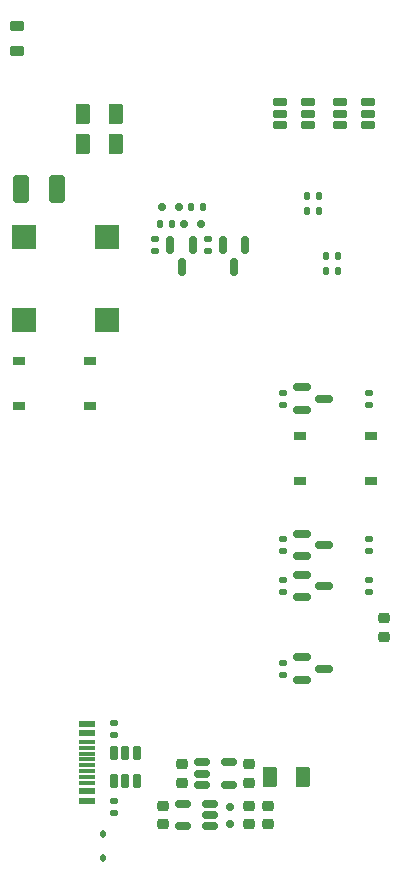
<source format=gbr>
%TF.GenerationSoftware,KiCad,Pcbnew,7.0.7*%
%TF.CreationDate,2023-09-26T18:23:26+08:00*%
%TF.ProjectId,usb3sun,75736233-7375-46e2-9e6b-696361645f70,A3*%
%TF.SameCoordinates,Original*%
%TF.FileFunction,Paste,Top*%
%TF.FilePolarity,Positive*%
%FSLAX46Y46*%
G04 Gerber Fmt 4.6, Leading zero omitted, Abs format (unit mm)*
G04 Created by KiCad (PCBNEW 7.0.7) date 2023-09-26 18:23:26*
%MOMM*%
%LPD*%
G01*
G04 APERTURE LIST*
G04 Aperture macros list*
%AMRoundRect*
0 Rectangle with rounded corners*
0 $1 Rounding radius*
0 $2 $3 $4 $5 $6 $7 $8 $9 X,Y pos of 4 corners*
0 Add a 4 corners polygon primitive as box body*
4,1,4,$2,$3,$4,$5,$6,$7,$8,$9,$2,$3,0*
0 Add four circle primitives for the rounded corners*
1,1,$1+$1,$2,$3*
1,1,$1+$1,$4,$5*
1,1,$1+$1,$6,$7*
1,1,$1+$1,$8,$9*
0 Add four rect primitives between the rounded corners*
20,1,$1+$1,$2,$3,$4,$5,0*
20,1,$1+$1,$4,$5,$6,$7,0*
20,1,$1+$1,$6,$7,$8,$9,0*
20,1,$1+$1,$8,$9,$2,$3,0*%
G04 Aperture macros list end*
%ADD10RoundRect,0.135000X-0.185000X0.135000X-0.185000X-0.135000X0.185000X-0.135000X0.185000X0.135000X0*%
%ADD11RoundRect,0.150000X0.512500X0.150000X-0.512500X0.150000X-0.512500X-0.150000X0.512500X-0.150000X0*%
%ADD12RoundRect,0.218750X-0.381250X0.218750X-0.381250X-0.218750X0.381250X-0.218750X0.381250X0.218750X0*%
%ADD13RoundRect,0.250000X0.412500X0.925000X-0.412500X0.925000X-0.412500X-0.925000X0.412500X-0.925000X0*%
%ADD14RoundRect,0.150000X-0.512500X-0.150000X0.512500X-0.150000X0.512500X0.150000X-0.512500X0.150000X0*%
%ADD15RoundRect,0.150000X0.475000X0.150000X-0.475000X0.150000X-0.475000X-0.150000X0.475000X-0.150000X0*%
%ADD16RoundRect,0.250000X0.375000X0.625000X-0.375000X0.625000X-0.375000X-0.625000X0.375000X-0.625000X0*%
%ADD17RoundRect,0.150000X-0.150000X0.475000X-0.150000X-0.475000X0.150000X-0.475000X0.150000X0.475000X0*%
%ADD18RoundRect,0.218750X-0.256250X0.218750X-0.256250X-0.218750X0.256250X-0.218750X0.256250X0.218750X0*%
%ADD19RoundRect,0.135000X-0.135000X-0.185000X0.135000X-0.185000X0.135000X0.185000X-0.135000X0.185000X0*%
%ADD20RoundRect,0.225000X0.250000X-0.225000X0.250000X0.225000X-0.250000X0.225000X-0.250000X-0.225000X0*%
%ADD21RoundRect,0.135000X0.185000X-0.135000X0.185000X0.135000X-0.185000X0.135000X-0.185000X-0.135000X0*%
%ADD22RoundRect,0.150000X-0.200000X0.150000X-0.200000X-0.150000X0.200000X-0.150000X0.200000X0.150000X0*%
%ADD23RoundRect,0.150000X-0.587500X-0.150000X0.587500X-0.150000X0.587500X0.150000X-0.587500X0.150000X0*%
%ADD24RoundRect,0.250000X-0.375000X-0.625000X0.375000X-0.625000X0.375000X0.625000X-0.375000X0.625000X0*%
%ADD25R,1.450000X0.600000*%
%ADD26R,1.450000X0.300000*%
%ADD27RoundRect,0.112500X0.112500X-0.187500X0.112500X0.187500X-0.112500X0.187500X-0.112500X-0.187500X0*%
%ADD28RoundRect,0.150000X-0.150000X0.587500X-0.150000X-0.587500X0.150000X-0.587500X0.150000X0.587500X0*%
%ADD29R,2.000000X2.000000*%
%ADD30RoundRect,0.150000X-0.150000X-0.200000X0.150000X-0.200000X0.150000X0.200000X-0.150000X0.200000X0*%
%ADD31RoundRect,0.150000X0.150000X0.200000X-0.150000X0.200000X-0.150000X-0.200000X0.150000X-0.200000X0*%
%ADD32RoundRect,0.135000X0.135000X0.185000X-0.135000X0.185000X-0.135000X-0.185000X0.135000X-0.185000X0*%
%ADD33RoundRect,0.225000X-0.250000X0.225000X-0.250000X-0.225000X0.250000X-0.225000X0.250000X0.225000X0*%
%ADD34RoundRect,0.150000X-0.475000X-0.150000X0.475000X-0.150000X0.475000X0.150000X-0.475000X0.150000X0*%
%ADD35R,1.000000X0.750000*%
G04 APERTURE END LIST*
D10*
%TO.C,R15*%
X70802500Y-107757500D03*
X70802500Y-108777500D03*
%TD*%
D11*
%TO.C,U4*%
X78925000Y-109852500D03*
X78925000Y-108902500D03*
X78925000Y-107952500D03*
X76650000Y-107952500D03*
X76650000Y-109852500D03*
%TD*%
D12*
%TO.C,FB1*%
X62547500Y-42117500D03*
X62547500Y-44242500D03*
%TD*%
D13*
%TO.C,C5*%
X65990000Y-55880000D03*
X62915000Y-55880000D03*
%TD*%
D14*
%TO.C,U3*%
X78237500Y-104460000D03*
X78237500Y-105410000D03*
X78237500Y-106360000D03*
X80512500Y-106360000D03*
X80512500Y-104460000D03*
%TD*%
D10*
%TO.C,R3*%
X85090000Y-85532500D03*
X85090000Y-86552500D03*
%TD*%
D15*
%TO.C,U6*%
X87217500Y-50480000D03*
X87217500Y-49530000D03*
X87217500Y-48580000D03*
X84867500Y-48580000D03*
X84867500Y-49530000D03*
X84867500Y-50480000D03*
%TD*%
D16*
%TO.C,F2*%
X70932500Y-52070000D03*
X68132500Y-52070000D03*
%TD*%
D17*
%TO.C,U7*%
X72705000Y-103695000D03*
X71755000Y-103695000D03*
X70805000Y-103695000D03*
X70805000Y-106045000D03*
X71755000Y-106045000D03*
X72705000Y-106045000D03*
%TD*%
D18*
%TO.C,D3*%
X83820000Y-108115000D03*
X83820000Y-109690000D03*
%TD*%
D19*
%TO.C,R16*%
X74703750Y-58896250D03*
X75723750Y-58896250D03*
%TD*%
D20*
%TO.C,C3*%
X82232500Y-109677500D03*
X82232500Y-108127500D03*
%TD*%
D21*
%TO.C,R2*%
X92392500Y-90045000D03*
X92392500Y-89025000D03*
%TD*%
D22*
%TO.C,D1*%
X80645000Y-109667500D03*
X80645000Y-108267500D03*
%TD*%
D23*
%TO.C,Q4*%
X86692500Y-95570000D03*
X86692500Y-97470000D03*
X88567500Y-96520000D03*
%TD*%
D20*
%TO.C,C4*%
X74930000Y-109677500D03*
X74930000Y-108127500D03*
%TD*%
D10*
%TO.C,R7*%
X85090000Y-96010000D03*
X85090000Y-97030000D03*
%TD*%
D23*
%TO.C,Q1*%
X86692500Y-88585000D03*
X86692500Y-90485000D03*
X88567500Y-89535000D03*
%TD*%
D21*
%TO.C,R14*%
X70802500Y-102110000D03*
X70802500Y-101090000D03*
%TD*%
%TO.C,R6*%
X92392500Y-74170000D03*
X92392500Y-73150000D03*
%TD*%
D23*
%TO.C,Q2*%
X86692500Y-85092500D03*
X86692500Y-86992500D03*
X88567500Y-86042500D03*
%TD*%
D24*
%TO.C,F3*%
X84007500Y-105727500D03*
X86807500Y-105727500D03*
%TD*%
D10*
%TO.C,R12*%
X78740000Y-60132500D03*
X78740000Y-61152500D03*
%TD*%
D25*
%TO.C,J4*%
X68497500Y-101207500D03*
X68497500Y-102007500D03*
D26*
X68497500Y-103207500D03*
X68497500Y-104207500D03*
X68497500Y-104707500D03*
X68497500Y-105707500D03*
D25*
X68497500Y-106907500D03*
X68497500Y-107707500D03*
X68497500Y-107707500D03*
X68497500Y-106907500D03*
D26*
X68497500Y-106207500D03*
X68497500Y-105207500D03*
X68497500Y-103707500D03*
X68497500Y-102707500D03*
D25*
X68497500Y-102007500D03*
X68497500Y-101207500D03*
%TD*%
D27*
%TO.C,D4*%
X69850000Y-112590000D03*
X69850000Y-110490000D03*
%TD*%
D10*
%TO.C,R5*%
X85090000Y-73150000D03*
X85090000Y-74170000D03*
%TD*%
D21*
%TO.C,R4*%
X92392500Y-86552500D03*
X92392500Y-85532500D03*
%TD*%
D23*
%TO.C,Q3*%
X86692500Y-72710000D03*
X86692500Y-74610000D03*
X88567500Y-73660000D03*
%TD*%
D28*
%TO.C,Q6*%
X77467500Y-60657500D03*
X75567500Y-60657500D03*
X76517500Y-62532500D03*
%TD*%
D29*
%TO.C,BZ1*%
X63175000Y-60000000D03*
X63175000Y-67000000D03*
X70175000Y-67000000D03*
X70175000Y-60000000D03*
%TD*%
D30*
%TO.C,D6*%
X76265000Y-57467500D03*
X74865000Y-57467500D03*
%TD*%
D31*
%TO.C,D5*%
X76736252Y-58896250D03*
X78136252Y-58896250D03*
%TD*%
D32*
%TO.C,R10*%
X89727500Y-61595000D03*
X88707500Y-61595000D03*
%TD*%
D33*
%TO.C,C1*%
X76517500Y-104635000D03*
X76517500Y-106185000D03*
%TD*%
D19*
%TO.C,R9*%
X87120000Y-57785000D03*
X88140000Y-57785000D03*
%TD*%
%TO.C,R8*%
X87120000Y-56515000D03*
X88140000Y-56515000D03*
%TD*%
D34*
%TO.C,U5*%
X89947500Y-48580000D03*
X89947500Y-49530000D03*
X89947500Y-50480000D03*
X92297500Y-50480000D03*
X92297500Y-49530000D03*
X92297500Y-48580000D03*
%TD*%
D32*
%TO.C,R17*%
X78297502Y-57467500D03*
X77277502Y-57467500D03*
%TD*%
D10*
%TO.C,R13*%
X74295000Y-60132500D03*
X74295000Y-61152500D03*
%TD*%
D33*
%TO.C,C2*%
X82232501Y-104635000D03*
X82232501Y-106185000D03*
%TD*%
D18*
%TO.C,D2*%
X93662500Y-92240000D03*
X93662500Y-93815000D03*
%TD*%
D28*
%TO.C,Q5*%
X81912500Y-60657500D03*
X80012500Y-60657500D03*
X80962500Y-62532500D03*
%TD*%
D35*
%TO.C,SW2*%
X86535000Y-76865000D03*
X92535000Y-76865000D03*
X86535000Y-80615000D03*
X92535000Y-80615000D03*
%TD*%
%TO.C,SW1*%
X68722500Y-74265000D03*
X62722500Y-74265000D03*
X68722500Y-70515000D03*
X62722500Y-70515000D03*
%TD*%
D32*
%TO.C,R11*%
X89727501Y-62865000D03*
X88707501Y-62865000D03*
%TD*%
D16*
%TO.C,F1*%
X70932500Y-49530000D03*
X68132500Y-49530000D03*
%TD*%
D10*
%TO.C,R1*%
X85090000Y-89025000D03*
X85090000Y-90045000D03*
%TD*%
M02*

</source>
